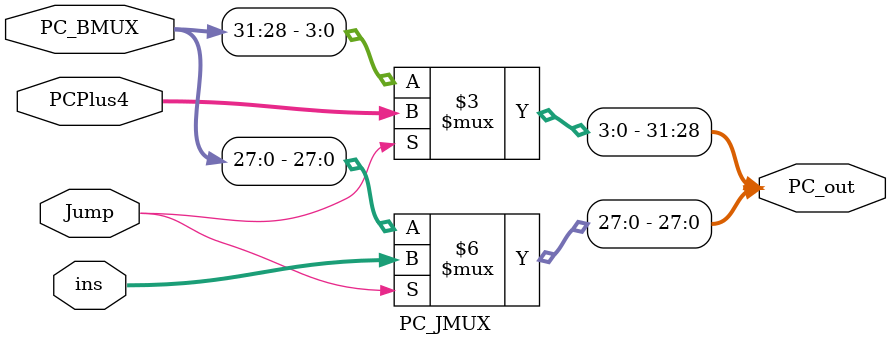
<source format=v>
`timescale 1ns / 1ps

module PC_JMUX(
    input Jump,
    input [3:0] PCPlus4,
    input [27:0] ins,
    input [31:0] PC_BMUX,
    output reg [31:0] PC_out
);

always@(*) begin
    if (Jump) begin
        PC_out[27:0] = ins;
        PC_out[31:28] = PCPlus4;
    end
    else
        PC_out = PC_BMUX;
end

endmodule
</source>
